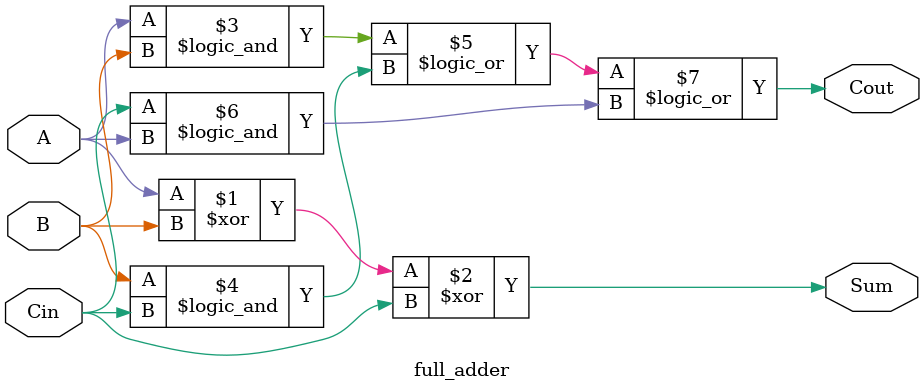
<source format=v>
module full_adder(A, B, Cin, Sum, Cout);
output Sum, Cout;
input A, B, Cin;

  assign Sum = A ^ B ^ Cin;
  assign Cout = (A && B) || (B && Cin) || (Cin && A);

endmodule
</source>
